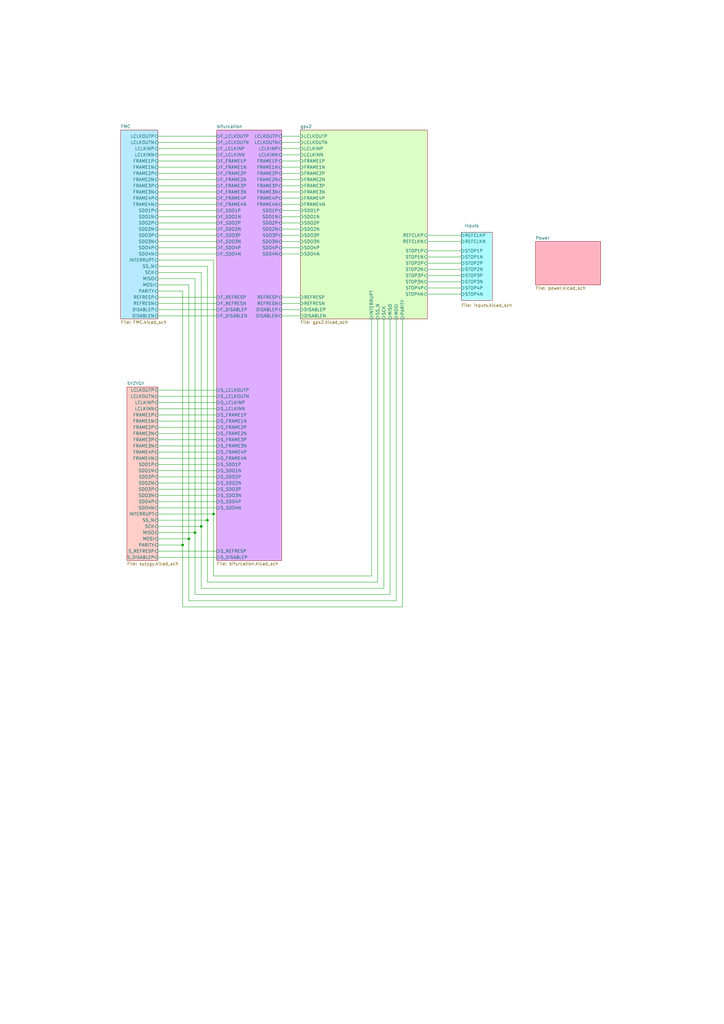
<source format=kicad_sch>
(kicad_sch
	(version 20231120)
	(generator "eeschema")
	(generator_version "8.0")
	(uuid "58794247-fa97-42c4-a3e2-816831bb0d27")
	(paper "A3" portrait)
	(lib_symbols)
	(junction
		(at 85.09 213.36)
		(diameter 0)
		(color 0 0 0 0)
		(uuid "6a39c89d-9e3c-4c6b-a95b-2731b8ebdc72")
	)
	(junction
		(at 77.47 220.98)
		(diameter 0)
		(color 0 0 0 0)
		(uuid "710efdda-4470-4091-a5be-baf13a079068")
	)
	(junction
		(at 87.63 210.82)
		(diameter 0)
		(color 0 0 0 0)
		(uuid "88b0042e-00d6-413c-b105-1a47fa99fa09")
	)
	(junction
		(at 82.55 215.9)
		(diameter 0)
		(color 0 0 0 0)
		(uuid "a934ef22-cb83-4c1d-829b-70e76be88a54")
	)
	(junction
		(at 80.01 218.44)
		(diameter 0)
		(color 0 0 0 0)
		(uuid "ac574b86-a84f-4082-96bb-3a0febcd4e62")
	)
	(junction
		(at 74.93 223.52)
		(diameter 0)
		(color 0 0 0 0)
		(uuid "f44f1878-2728-4725-8aaa-da1fd0abbc26")
	)
	(wire
		(pts
			(xy 175.26 110.49) (xy 189.23 110.49)
		)
		(stroke
			(width 0)
			(type default)
		)
		(uuid "01250f74-8b93-4ecc-a5c1-780c0b2e8aac")
	)
	(wire
		(pts
			(xy 64.77 73.66) (xy 88.9 73.66)
		)
		(stroke
			(width 0)
			(type default)
		)
		(uuid "01582917-6871-4cbd-a545-1b9d61d2f4e8")
	)
	(wire
		(pts
			(xy 64.77 119.38) (xy 74.93 119.38)
		)
		(stroke
			(width 0)
			(type default)
		)
		(uuid "02ca3f36-bd6c-4b1f-8433-8aff3ac68fc6")
	)
	(wire
		(pts
			(xy 157.48 130.81) (xy 157.48 241.3)
		)
		(stroke
			(width 0)
			(type default)
		)
		(uuid "045817f6-beff-4132-b025-36c2fe4af8dd")
	)
	(wire
		(pts
			(xy 64.77 83.82) (xy 88.9 83.82)
		)
		(stroke
			(width 0)
			(type default)
		)
		(uuid "0aa6caab-c872-4bad-9621-ec53b707afb2")
	)
	(wire
		(pts
			(xy 64.77 106.68) (xy 87.63 106.68)
		)
		(stroke
			(width 0)
			(type default)
		)
		(uuid "0b8b26ac-85ac-44b6-8d1c-258e07b2c04f")
	)
	(wire
		(pts
			(xy 64.77 66.04) (xy 88.9 66.04)
		)
		(stroke
			(width 0)
			(type default)
		)
		(uuid "1152df73-f6c2-4e1f-8370-13075b211857")
	)
	(wire
		(pts
			(xy 175.26 115.57) (xy 189.23 115.57)
		)
		(stroke
			(width 0)
			(type default)
		)
		(uuid "1228018d-19f9-4618-bf84-97856d0846df")
	)
	(wire
		(pts
			(xy 64.77 187.96) (xy 88.9 187.96)
		)
		(stroke
			(width 0)
			(type default)
		)
		(uuid "1688438b-022a-42b2-a788-0b6ad759c271")
	)
	(wire
		(pts
			(xy 115.57 104.14) (xy 123.19 104.14)
		)
		(stroke
			(width 0)
			(type default)
		)
		(uuid "1b9aae87-f418-4a22-925b-1ab4c4843ebc")
	)
	(wire
		(pts
			(xy 115.57 121.92) (xy 123.19 121.92)
		)
		(stroke
			(width 0)
			(type default)
		)
		(uuid "1f32b1e8-32d3-42b5-859d-73e0d04eac6d")
	)
	(wire
		(pts
			(xy 64.77 226.06) (xy 88.9 226.06)
		)
		(stroke
			(width 0)
			(type default)
		)
		(uuid "1f47ebd6-c994-49cf-823b-16298bb69899")
	)
	(wire
		(pts
			(xy 175.26 96.52) (xy 189.23 96.52)
		)
		(stroke
			(width 0)
			(type default)
		)
		(uuid "21ba81ec-629c-45d7-a1a3-0f328fa36bd2")
	)
	(wire
		(pts
			(xy 64.77 228.6) (xy 88.9 228.6)
		)
		(stroke
			(width 0)
			(type default)
		)
		(uuid "2605a6d8-b3b7-40e9-ac0b-c5f1ce61f918")
	)
	(wire
		(pts
			(xy 175.26 99.06) (xy 189.23 99.06)
		)
		(stroke
			(width 0)
			(type default)
		)
		(uuid "2726aea7-037a-46c3-a7e9-d4e57fe3a8eb")
	)
	(wire
		(pts
			(xy 85.09 213.36) (xy 85.09 238.76)
		)
		(stroke
			(width 0)
			(type default)
		)
		(uuid "28584701-80f2-45ab-a076-afa71e545ab2")
	)
	(wire
		(pts
			(xy 64.77 205.74) (xy 88.9 205.74)
		)
		(stroke
			(width 0)
			(type default)
		)
		(uuid "28c84528-4b59-43ca-8731-1f16eba0fa27")
	)
	(wire
		(pts
			(xy 175.26 107.95) (xy 189.23 107.95)
		)
		(stroke
			(width 0)
			(type default)
		)
		(uuid "28dbbbcb-efe4-4637-b8ed-3733d8308f89")
	)
	(wire
		(pts
			(xy 165.1 248.92) (xy 74.93 248.92)
		)
		(stroke
			(width 0)
			(type default)
		)
		(uuid "2a39f6a3-e777-4f13-ac86-d7addb343c6a")
	)
	(wire
		(pts
			(xy 64.77 129.54) (xy 88.9 129.54)
		)
		(stroke
			(width 0)
			(type default)
		)
		(uuid "2ca724b4-eabf-4c15-95d0-fb2f17fb72e5")
	)
	(wire
		(pts
			(xy 64.77 223.52) (xy 74.93 223.52)
		)
		(stroke
			(width 0)
			(type default)
		)
		(uuid "2e38cfe2-604b-4e89-81f9-ad90bfc48fe2")
	)
	(wire
		(pts
			(xy 115.57 60.96) (xy 123.19 60.96)
		)
		(stroke
			(width 0)
			(type default)
		)
		(uuid "2fa9c4d5-4b52-41f3-be27-0b3c2b8c7cc2")
	)
	(wire
		(pts
			(xy 64.77 165.1) (xy 88.9 165.1)
		)
		(stroke
			(width 0)
			(type default)
		)
		(uuid "32ab925f-78b5-4d5b-bd6b-ea5c7d966383")
	)
	(wire
		(pts
			(xy 115.57 68.58) (xy 123.19 68.58)
		)
		(stroke
			(width 0)
			(type default)
		)
		(uuid "35567780-a7b7-4686-ab10-0b74c8ca74f5")
	)
	(wire
		(pts
			(xy 115.57 129.54) (xy 123.19 129.54)
		)
		(stroke
			(width 0)
			(type default)
		)
		(uuid "35af0f86-9398-4ef5-9c55-a518b69d3795")
	)
	(wire
		(pts
			(xy 154.94 130.81) (xy 154.94 238.76)
		)
		(stroke
			(width 0)
			(type default)
		)
		(uuid "3621eedb-f8d0-4b81-a41e-68cfdaa687c3")
	)
	(wire
		(pts
			(xy 115.57 93.98) (xy 123.19 93.98)
		)
		(stroke
			(width 0)
			(type default)
		)
		(uuid "38890b0f-2d42-42e2-81c8-554ab273bdae")
	)
	(wire
		(pts
			(xy 85.09 109.22) (xy 85.09 213.36)
		)
		(stroke
			(width 0)
			(type default)
		)
		(uuid "397a9d4f-c78c-4ee6-8978-e6dc39174148")
	)
	(wire
		(pts
			(xy 152.4 236.22) (xy 87.63 236.22)
		)
		(stroke
			(width 0)
			(type default)
		)
		(uuid "397b575f-214f-4a30-b6ce-78c141e22f24")
	)
	(wire
		(pts
			(xy 64.77 76.2) (xy 88.9 76.2)
		)
		(stroke
			(width 0)
			(type default)
		)
		(uuid "3c6cb15d-13ad-4009-a38e-7bd6e26a3878")
	)
	(wire
		(pts
			(xy 82.55 241.3) (xy 82.55 215.9)
		)
		(stroke
			(width 0)
			(type default)
		)
		(uuid "3d06ac43-a6a0-4c9a-85dc-708333b7388a")
	)
	(wire
		(pts
			(xy 74.93 248.92) (xy 74.93 223.52)
		)
		(stroke
			(width 0)
			(type default)
		)
		(uuid "3db4ca09-b234-4d89-abef-0a0d8d964a64")
	)
	(wire
		(pts
			(xy 115.57 101.6) (xy 123.19 101.6)
		)
		(stroke
			(width 0)
			(type default)
		)
		(uuid "3ecd8180-b733-44f0-a3fc-3581edb2ff74")
	)
	(wire
		(pts
			(xy 64.77 81.28) (xy 88.9 81.28)
		)
		(stroke
			(width 0)
			(type default)
		)
		(uuid "42d2116c-9b7f-44f5-90a9-e8cac5c4719e")
	)
	(wire
		(pts
			(xy 115.57 99.06) (xy 123.19 99.06)
		)
		(stroke
			(width 0)
			(type default)
		)
		(uuid "451f2eec-4341-4cdf-b5e3-20e53f0ab63b")
	)
	(wire
		(pts
			(xy 64.77 180.34) (xy 88.9 180.34)
		)
		(stroke
			(width 0)
			(type default)
		)
		(uuid "4a9f7213-9943-46cc-a621-37c2b827c4a8")
	)
	(wire
		(pts
			(xy 64.77 63.5) (xy 88.9 63.5)
		)
		(stroke
			(width 0)
			(type default)
		)
		(uuid "4ba3ff29-0f96-4aa4-9af7-f59eb1a0bee6")
	)
	(wire
		(pts
			(xy 64.77 195.58) (xy 88.9 195.58)
		)
		(stroke
			(width 0)
			(type default)
		)
		(uuid "4f147de8-5731-4660-928e-479be123ab19")
	)
	(wire
		(pts
			(xy 115.57 58.42) (xy 123.19 58.42)
		)
		(stroke
			(width 0)
			(type default)
		)
		(uuid "505dab7f-eb5b-4bd7-a0ee-10898061b2ef")
	)
	(wire
		(pts
			(xy 64.77 213.36) (xy 85.09 213.36)
		)
		(stroke
			(width 0)
			(type default)
		)
		(uuid "50f9121d-af77-41dd-a50f-2c33f45282d8")
	)
	(wire
		(pts
			(xy 115.57 63.5) (xy 123.19 63.5)
		)
		(stroke
			(width 0)
			(type default)
		)
		(uuid "5100d108-82f4-4194-b36d-b65c13619731")
	)
	(wire
		(pts
			(xy 64.77 71.12) (xy 88.9 71.12)
		)
		(stroke
			(width 0)
			(type default)
		)
		(uuid "55587c15-1096-4768-975d-426efbd27509")
	)
	(wire
		(pts
			(xy 115.57 124.46) (xy 123.19 124.46)
		)
		(stroke
			(width 0)
			(type default)
		)
		(uuid "5610edc0-d389-43e0-9838-12e74e360c47")
	)
	(wire
		(pts
			(xy 82.55 111.76) (xy 82.55 215.9)
		)
		(stroke
			(width 0)
			(type default)
		)
		(uuid "5a8bdad8-4d8f-4afe-8b11-0bd74ab50d35")
	)
	(wire
		(pts
			(xy 115.57 73.66) (xy 123.19 73.66)
		)
		(stroke
			(width 0)
			(type default)
		)
		(uuid "5b6500a9-2d8b-41b8-a0c4-6d264d83a377")
	)
	(wire
		(pts
			(xy 77.47 246.38) (xy 77.47 220.98)
		)
		(stroke
			(width 0)
			(type default)
		)
		(uuid "5c8e6206-5eb4-4359-aa5c-cbbb58359b20")
	)
	(wire
		(pts
			(xy 64.77 91.44) (xy 88.9 91.44)
		)
		(stroke
			(width 0)
			(type default)
		)
		(uuid "5e5697a7-0288-4113-8745-c6c2727273b4")
	)
	(wire
		(pts
			(xy 115.57 78.74) (xy 123.19 78.74)
		)
		(stroke
			(width 0)
			(type default)
		)
		(uuid "624b342d-784b-4f62-b858-9e81ab28f8c3")
	)
	(wire
		(pts
			(xy 115.57 66.04) (xy 123.19 66.04)
		)
		(stroke
			(width 0)
			(type default)
		)
		(uuid "6309d2f3-52e4-4d66-b71d-efd10e844ede")
	)
	(wire
		(pts
			(xy 80.01 218.44) (xy 80.01 243.84)
		)
		(stroke
			(width 0)
			(type default)
		)
		(uuid "637d9cc6-84b4-4626-984f-f3df84158bd3")
	)
	(wire
		(pts
			(xy 64.77 160.02) (xy 88.9 160.02)
		)
		(stroke
			(width 0)
			(type default)
		)
		(uuid "6bf2d32d-8f95-481e-8dff-0f0c6b8b25f2")
	)
	(wire
		(pts
			(xy 80.01 243.84) (xy 160.02 243.84)
		)
		(stroke
			(width 0)
			(type default)
		)
		(uuid "6f242292-523e-42fc-9c36-4f6c65753907")
	)
	(wire
		(pts
			(xy 64.77 121.92) (xy 88.9 121.92)
		)
		(stroke
			(width 0)
			(type default)
		)
		(uuid "71d12225-7d57-49a6-89a5-7e399e5a1604")
	)
	(wire
		(pts
			(xy 85.09 238.76) (xy 154.94 238.76)
		)
		(stroke
			(width 0)
			(type default)
		)
		(uuid "72269421-07dc-45a4-b767-052f3e147c89")
	)
	(wire
		(pts
			(xy 157.48 241.3) (xy 82.55 241.3)
		)
		(stroke
			(width 0)
			(type default)
		)
		(uuid "73c9f6d6-bbaf-45fe-80f5-fdede2419cc6")
	)
	(wire
		(pts
			(xy 64.77 218.44) (xy 80.01 218.44)
		)
		(stroke
			(width 0)
			(type default)
		)
		(uuid "74c25678-3960-473c-b303-9aed4a8f2bef")
	)
	(wire
		(pts
			(xy 64.77 210.82) (xy 87.63 210.82)
		)
		(stroke
			(width 0)
			(type default)
		)
		(uuid "7cffae6b-0150-4286-9623-66e95ce7d3f7")
	)
	(wire
		(pts
			(xy 74.93 119.38) (xy 74.93 223.52)
		)
		(stroke
			(width 0)
			(type default)
		)
		(uuid "7d4269ac-7da6-4422-ae5b-ae8e23917a40")
	)
	(wire
		(pts
			(xy 64.77 220.98) (xy 77.47 220.98)
		)
		(stroke
			(width 0)
			(type default)
		)
		(uuid "7eeeea4a-e8ee-4bf6-9fdd-7b67485d2148")
	)
	(wire
		(pts
			(xy 64.77 208.28) (xy 88.9 208.28)
		)
		(stroke
			(width 0)
			(type default)
		)
		(uuid "80a7d60a-1b18-47ce-9361-7ae102ba402a")
	)
	(wire
		(pts
			(xy 64.77 116.84) (xy 77.47 116.84)
		)
		(stroke
			(width 0)
			(type default)
		)
		(uuid "8246c0ec-8dd5-4e48-9241-b4aa0610bf76")
	)
	(wire
		(pts
			(xy 64.77 170.18) (xy 88.9 170.18)
		)
		(stroke
			(width 0)
			(type default)
		)
		(uuid "82a716c5-9570-450c-a8a6-85bd167a1390")
	)
	(wire
		(pts
			(xy 64.77 96.52) (xy 88.9 96.52)
		)
		(stroke
			(width 0)
			(type default)
		)
		(uuid "8373ee8d-ecb3-440c-b24b-63b556a90633")
	)
	(wire
		(pts
			(xy 64.77 200.66) (xy 88.9 200.66)
		)
		(stroke
			(width 0)
			(type default)
		)
		(uuid "848c792a-b15c-4ad5-87c9-a54ae61c6cfe")
	)
	(wire
		(pts
			(xy 175.26 118.11) (xy 189.23 118.11)
		)
		(stroke
			(width 0)
			(type default)
		)
		(uuid "85140c51-d69f-4700-aad6-0bcd43c85086")
	)
	(wire
		(pts
			(xy 87.63 106.68) (xy 87.63 210.82)
		)
		(stroke
			(width 0)
			(type default)
		)
		(uuid "859c5a55-f8e5-4b9b-b582-2287a1caf9a9")
	)
	(wire
		(pts
			(xy 115.57 83.82) (xy 123.19 83.82)
		)
		(stroke
			(width 0)
			(type default)
		)
		(uuid "88aed28f-1342-40a0-82b8-ee88a6fccf8c")
	)
	(wire
		(pts
			(xy 152.4 130.81) (xy 152.4 236.22)
		)
		(stroke
			(width 0)
			(type default)
		)
		(uuid "89a2826e-8bca-4f64-b903-8b50f9613894")
	)
	(wire
		(pts
			(xy 160.02 130.81) (xy 160.02 243.84)
		)
		(stroke
			(width 0)
			(type default)
		)
		(uuid "8a439adf-5b30-4bbf-a584-85a1fed20992")
	)
	(wire
		(pts
			(xy 165.1 130.81) (xy 165.1 248.92)
		)
		(stroke
			(width 0)
			(type default)
		)
		(uuid "8cc50a3c-2c11-4c62-ada2-b447c09ba6ed")
	)
	(wire
		(pts
			(xy 115.57 71.12) (xy 123.19 71.12)
		)
		(stroke
			(width 0)
			(type default)
		)
		(uuid "8f5b7c33-6777-49fb-b2bc-e1242e0cd5d3")
	)
	(wire
		(pts
			(xy 162.56 246.38) (xy 77.47 246.38)
		)
		(stroke
			(width 0)
			(type default)
		)
		(uuid "94cb7a6f-55e9-46f1-a2bd-927cc7dc93ed")
	)
	(wire
		(pts
			(xy 64.77 114.3) (xy 80.01 114.3)
		)
		(stroke
			(width 0)
			(type default)
		)
		(uuid "94ee8d5f-5c89-4e66-9891-009445dc6d18")
	)
	(wire
		(pts
			(xy 64.77 78.74) (xy 88.9 78.74)
		)
		(stroke
			(width 0)
			(type default)
		)
		(uuid "98ba394c-7af1-4850-969a-bee9ce7c76fc")
	)
	(wire
		(pts
			(xy 64.77 172.72) (xy 88.9 172.72)
		)
		(stroke
			(width 0)
			(type default)
		)
		(uuid "9d7fef1f-a301-48f1-9061-0c5b2ea5f7a0")
	)
	(wire
		(pts
			(xy 64.77 185.42) (xy 88.9 185.42)
		)
		(stroke
			(width 0)
			(type default)
		)
		(uuid "a16bd4c0-4dbc-415c-88e3-92e41a436fd3")
	)
	(wire
		(pts
			(xy 175.26 105.41) (xy 189.23 105.41)
		)
		(stroke
			(width 0)
			(type default)
		)
		(uuid "a45933da-19e3-4937-8f28-9f66707f5620")
	)
	(wire
		(pts
			(xy 64.77 162.56) (xy 88.9 162.56)
		)
		(stroke
			(width 0)
			(type default)
		)
		(uuid "a488198e-c1e7-45ff-ab4e-f523743221ed")
	)
	(wire
		(pts
			(xy 64.77 193.04) (xy 88.9 193.04)
		)
		(stroke
			(width 0)
			(type default)
		)
		(uuid "a4a9db9b-53d3-47db-9bdd-d41200737b5c")
	)
	(wire
		(pts
			(xy 115.57 76.2) (xy 123.19 76.2)
		)
		(stroke
			(width 0)
			(type default)
		)
		(uuid "a8d03127-5dd7-4460-8b78-1d98201eea60")
	)
	(wire
		(pts
			(xy 64.77 93.98) (xy 88.9 93.98)
		)
		(stroke
			(width 0)
			(type default)
		)
		(uuid "aa1d2d4d-cc09-4e71-9b10-51e92a995f2c")
	)
	(wire
		(pts
			(xy 175.26 120.65) (xy 189.23 120.65)
		)
		(stroke
			(width 0)
			(type default)
		)
		(uuid "ac32ab6d-b064-4acd-a764-1a27194cfba9")
	)
	(wire
		(pts
			(xy 115.57 127) (xy 123.19 127)
		)
		(stroke
			(width 0)
			(type default)
		)
		(uuid "ac86a680-06bc-4895-800d-55b4cd18f8cf")
	)
	(wire
		(pts
			(xy 64.77 127) (xy 88.9 127)
		)
		(stroke
			(width 0)
			(type default)
		)
		(uuid "adeaad6a-fbd9-4aa5-bb67-13e3a5cb4416")
	)
	(wire
		(pts
			(xy 162.56 130.81) (xy 162.56 246.38)
		)
		(stroke
			(width 0)
			(type default)
		)
		(uuid "b36036f9-beb1-45a2-aec1-bd2e2932c4c5")
	)
	(wire
		(pts
			(xy 64.77 99.06) (xy 88.9 99.06)
		)
		(stroke
			(width 0)
			(type default)
		)
		(uuid "b7237265-9671-476e-b3cd-e9b87abe123b")
	)
	(wire
		(pts
			(xy 64.77 198.12) (xy 88.9 198.12)
		)
		(stroke
			(width 0)
			(type default)
		)
		(uuid "b800aa09-3d1f-4dd2-9656-abfc37395f7a")
	)
	(wire
		(pts
			(xy 64.77 167.64) (xy 88.9 167.64)
		)
		(stroke
			(width 0)
			(type default)
		)
		(uuid "b80acb81-d593-45e6-a0e7-13bada2269d5")
	)
	(wire
		(pts
			(xy 64.77 215.9) (xy 82.55 215.9)
		)
		(stroke
			(width 0)
			(type default)
		)
		(uuid "b95e9553-6bf7-48a1-9d92-ba77a40c5acc")
	)
	(wire
		(pts
			(xy 64.77 58.42) (xy 88.9 58.42)
		)
		(stroke
			(width 0)
			(type default)
		)
		(uuid "b95fc5cc-685e-4ae5-a80b-dc380e49aa37")
	)
	(wire
		(pts
			(xy 115.57 91.44) (xy 123.19 91.44)
		)
		(stroke
			(width 0)
			(type default)
		)
		(uuid "bd1accb6-c90a-47b8-83dd-1e0c1b819bf7")
	)
	(wire
		(pts
			(xy 64.77 175.26) (xy 88.9 175.26)
		)
		(stroke
			(width 0)
			(type default)
		)
		(uuid "bee23569-15d1-4148-a550-40687ba2b73b")
	)
	(wire
		(pts
			(xy 175.26 102.87) (xy 189.23 102.87)
		)
		(stroke
			(width 0)
			(type default)
		)
		(uuid "c02b95e6-1e45-41cb-a7c6-e02176aa7126")
	)
	(wire
		(pts
			(xy 64.77 101.6) (xy 88.9 101.6)
		)
		(stroke
			(width 0)
			(type default)
		)
		(uuid "c0c2d105-10b8-40d6-b603-261fb407c1f1")
	)
	(wire
		(pts
			(xy 115.57 81.28) (xy 123.19 81.28)
		)
		(stroke
			(width 0)
			(type default)
		)
		(uuid "c3e86f83-d518-4db1-a9f2-aecf579b8eb8")
	)
	(wire
		(pts
			(xy 64.77 88.9) (xy 88.9 88.9)
		)
		(stroke
			(width 0)
			(type default)
		)
		(uuid "c62c7dc0-dc24-4e38-8893-554cabf550cb")
	)
	(wire
		(pts
			(xy 115.57 88.9) (xy 123.19 88.9)
		)
		(stroke
			(width 0)
			(type default)
		)
		(uuid "c7b52d58-660b-4fc8-b2d1-6d319cd60ede")
	)
	(wire
		(pts
			(xy 64.77 109.22) (xy 85.09 109.22)
		)
		(stroke
			(width 0)
			(type default)
		)
		(uuid "cd3a944a-ac79-4314-ac99-96d15cd81a80")
	)
	(wire
		(pts
			(xy 64.77 60.96) (xy 88.9 60.96)
		)
		(stroke
			(width 0)
			(type default)
		)
		(uuid "cf464c29-dc80-4ed3-82e1-7905e7fe1083")
	)
	(wire
		(pts
			(xy 64.77 55.88) (xy 88.9 55.88)
		)
		(stroke
			(width 0)
			(type default)
		)
		(uuid "cf6c546d-dc2e-4d09-8db4-b0e89621e50b")
	)
	(wire
		(pts
			(xy 115.57 96.52) (xy 123.19 96.52)
		)
		(stroke
			(width 0)
			(type default)
		)
		(uuid "d0188bd5-7254-4d01-8a1f-6d73d03fa401")
	)
	(wire
		(pts
			(xy 80.01 114.3) (xy 80.01 218.44)
		)
		(stroke
			(width 0)
			(type default)
		)
		(uuid "d4cefaca-497a-44bb-8133-b123c6fa0cd0")
	)
	(wire
		(pts
			(xy 64.77 182.88) (xy 88.9 182.88)
		)
		(stroke
			(width 0)
			(type default)
		)
		(uuid "dd3962dd-6ca4-4253-b83f-b435bed0599b")
	)
	(wire
		(pts
			(xy 64.77 124.46) (xy 88.9 124.46)
		)
		(stroke
			(width 0)
			(type default)
		)
		(uuid "dd5d6956-0084-4a61-b964-f54a0fc2e46c")
	)
	(wire
		(pts
			(xy 64.77 104.14) (xy 88.9 104.14)
		)
		(stroke
			(width 0)
			(type default)
		)
		(uuid "df96ec3a-5bce-4cc2-a664-8893ef7b691f")
	)
	(wire
		(pts
			(xy 115.57 55.88) (xy 123.19 55.88)
		)
		(stroke
			(width 0)
			(type default)
		)
		(uuid "e33a0fe9-ec5a-45c6-99ef-9e650a2d18ef")
	)
	(wire
		(pts
			(xy 115.57 86.36) (xy 123.19 86.36)
		)
		(stroke
			(width 0)
			(type default)
		)
		(uuid "e8f1253b-5dd0-454e-97bd-379460b712c4")
	)
	(wire
		(pts
			(xy 175.26 113.03) (xy 189.23 113.03)
		)
		(stroke
			(width 0)
			(type default)
		)
		(uuid "e91a00c3-3eaf-4de0-845f-e597b56b6742")
	)
	(wire
		(pts
			(xy 64.77 177.8) (xy 88.9 177.8)
		)
		(stroke
			(width 0)
			(type default)
		)
		(uuid "eb4fc458-4774-4f86-a10b-c55979af6084")
	)
	(wire
		(pts
			(xy 64.77 190.5) (xy 88.9 190.5)
		)
		(stroke
			(width 0)
			(type default)
		)
		(uuid "ebfc4c1d-323f-472d-aee3-c59cb00bbba5")
	)
	(wire
		(pts
			(xy 77.47 116.84) (xy 77.47 220.98)
		)
		(stroke
			(width 0)
			(type default)
		)
		(uuid "eee609de-9ce7-4c09-a987-14e857bfe3e2")
	)
	(wire
		(pts
			(xy 64.77 203.2) (xy 88.9 203.2)
		)
		(stroke
			(width 0)
			(type default)
		)
		(uuid "f02f7545-e8cc-4218-9be7-7c1aa6df21c1")
	)
	(wire
		(pts
			(xy 64.77 111.76) (xy 82.55 111.76)
		)
		(stroke
			(width 0)
			(type default)
		)
		(uuid "f1c3c85d-dd9c-4928-a30e-b4525d3db7b1")
	)
	(wire
		(pts
			(xy 64.77 86.36) (xy 88.9 86.36)
		)
		(stroke
			(width 0)
			(type default)
		)
		(uuid "f210ee5b-c102-41d0-99cb-b8aa590ebe53")
	)
	(wire
		(pts
			(xy 64.77 68.58) (xy 88.9 68.58)
		)
		(stroke
			(width 0)
			(type default)
		)
		(uuid "ff09b221-bc57-4f38-a2e0-52dbd045cd17")
	)
	(wire
		(pts
			(xy 87.63 210.82) (xy 87.63 236.22)
		)
		(stroke
			(width 0)
			(type default)
		)
		(uuid "ff5cbd0c-e9a9-4b2d-9b31-faac216b4e65")
	)
	(sheet
		(at 49.53 53.34)
		(size 15.24 77.47)
		(fields_autoplaced yes)
		(stroke
			(width 0.1524)
			(type solid)
		)
		(fill
			(color 184 234 255 1.0000)
		)
		(uuid "0e02bbda-719c-4066-9978-193c7b348a3c")
		(property "Sheetname" "FMC"
			(at 49.53 52.6284 0)
			(effects
				(font
					(size 1.27 1.27)
				)
				(justify left bottom)
			)
		)
		(property "Sheetfile" "FMC.kicad_sch"
			(at 49.53 131.3946 0)
			(effects
				(font
					(size 1.27 1.27)
				)
				(justify left top)
			)
		)
		(pin "SDO3N" input
			(at 64.77 99.06 0)
			(effects
				(font
					(size 1.27 1.27)
				)
				(justify right)
			)
			(uuid "d0b02a30-02f4-4eab-bcb0-211ef98ee266")
		)
		(pin "SDO3P" input
			(at 64.77 96.52 0)
			(effects
				(font
					(size 1.27 1.27)
				)
				(justify right)
			)
			(uuid "368540ef-6765-4ede-98db-db99c683abf9")
		)
		(pin "LCLKOUTP" input
			(at 64.77 55.88 0)
			(effects
				(font
					(size 1.27 1.27)
				)
				(justify right)
			)
			(uuid "3c6e3750-830a-4344-9851-c61795956f5d")
		)
		(pin "REFRESP" input
			(at 64.77 121.92 0)
			(effects
				(font
					(size 1.27 1.27)
				)
				(justify right)
			)
			(uuid "f384f23c-d8fc-45f9-8cc3-c102173a7758")
		)
		(pin "LCLKOUTN" input
			(at 64.77 58.42 0)
			(effects
				(font
					(size 1.27 1.27)
				)
				(justify right)
			)
			(uuid "31663955-dbd8-4ea4-a29a-76b0dbda1480")
		)
		(pin "FRAME4N" input
			(at 64.77 83.82 0)
			(effects
				(font
					(size 1.27 1.27)
				)
				(justify right)
			)
			(uuid "56b6d320-f079-43c0-86d7-0f9bb25ee055")
		)
		(pin "FRAME4P" input
			(at 64.77 81.28 0)
			(effects
				(font
					(size 1.27 1.27)
				)
				(justify right)
			)
			(uuid "dbb80a81-3d93-4d40-93d3-af5413e653cd")
		)
		(pin "SDO2N" input
			(at 64.77 93.98 0)
			(effects
				(font
					(size 1.27 1.27)
				)
				(justify right)
			)
			(uuid "fb8c6a0c-82ec-4d2a-a648-926e084a6778")
		)
		(pin "SDO2P" input
			(at 64.77 91.44 0)
			(effects
				(font
					(size 1.27 1.27)
				)
				(justify right)
			)
			(uuid "b5073d27-de5e-494e-8f0f-1b42bde8e221")
		)
		(pin "FRAME1N" input
			(at 64.77 68.58 0)
			(effects
				(font
					(size 1.27 1.27)
				)
				(justify right)
			)
			(uuid "0859e49b-a6a0-4c5c-8c93-af919fd94af0")
		)
		(pin "FRAME1P" input
			(at 64.77 66.04 0)
			(effects
				(font
					(size 1.27 1.27)
				)
				(justify right)
			)
			(uuid "df15ea48-8856-4f42-826c-524db4d5d1e0")
		)
		(pin "LCLKINP" input
			(at 64.77 60.96 0)
			(effects
				(font
					(size 1.27 1.27)
				)
				(justify right)
			)
			(uuid "2b0b7a63-6ae3-4914-aa81-99fe7727249c")
		)
		(pin "LCLKINN" input
			(at 64.77 63.5 0)
			(effects
				(font
					(size 1.27 1.27)
				)
				(justify right)
			)
			(uuid "ba2fee95-b480-448f-a660-77bed035032b")
		)
		(pin "SDO4N" input
			(at 64.77 104.14 0)
			(effects
				(font
					(size 1.27 1.27)
				)
				(justify right)
			)
			(uuid "d28b10b7-b43f-4b40-980a-4c1e3c523fa8")
		)
		(pin "SDO4P" input
			(at 64.77 101.6 0)
			(effects
				(font
					(size 1.27 1.27)
				)
				(justify right)
			)
			(uuid "c463659b-651e-4f24-89e7-50d9de31bed1")
		)
		(pin "FRAME2P" input
			(at 64.77 71.12 0)
			(effects
				(font
					(size 1.27 1.27)
				)
				(justify right)
			)
			(uuid "c3690938-3d72-49b3-b6f6-66ff47f6f71e")
		)
		(pin "FRAME2N" input
			(at 64.77 73.66 0)
			(effects
				(font
					(size 1.27 1.27)
				)
				(justify right)
			)
			(uuid "8d8760b1-788e-41bc-9d2e-1920a735847d")
		)
		(pin "SDO1P" input
			(at 64.77 86.36 0)
			(effects
				(font
					(size 1.27 1.27)
				)
				(justify right)
			)
			(uuid "301b6bfc-12f4-4a21-894a-65753e5a97ff")
		)
		(pin "SDO1N" input
			(at 64.77 88.9 0)
			(effects
				(font
					(size 1.27 1.27)
				)
				(justify right)
			)
			(uuid "f189a57a-e4a4-475a-8983-227a39484adb")
		)
		(pin "PARITY" input
			(at 64.77 119.38 0)
			(effects
				(font
					(size 1.27 1.27)
				)
				(justify right)
			)
			(uuid "3afb62c0-17e7-4237-a929-f58fc039ec43")
		)
		(pin "SCK" input
			(at 64.77 111.76 0)
			(effects
				(font
					(size 1.27 1.27)
				)
				(justify right)
			)
			(uuid "7bf69a8c-9832-4695-866d-3927cd220366")
		)
		(pin "SS_N" input
			(at 64.77 109.22 0)
			(effects
				(font
					(size 1.27 1.27)
				)
				(justify right)
			)
			(uuid "8dcbaacb-6158-46ed-b7cf-5ca85d008dfa")
		)
		(pin "MOSI" input
			(at 64.77 116.84 0)
			(effects
				(font
					(size 1.27 1.27)
				)
				(justify right)
			)
			(uuid "feb5a246-0620-4394-9b9a-65375502c499")
		)
		(pin "MISO" input
			(at 64.77 114.3 0)
			(effects
				(font
					(size 1.27 1.27)
				)
				(justify right)
			)
			(uuid "23f727ee-2fc0-4d48-8555-10bc1cf84b64")
		)
		(pin "REFRESN" input
			(at 64.77 124.46 0)
			(effects
				(font
					(size 1.27 1.27)
				)
				(justify right)
			)
			(uuid "1289ba32-fced-4fef-b31a-a20406e816d2")
		)
		(pin "DISABLEP" input
			(at 64.77 127 0)
			(effects
				(font
					(size 1.27 1.27)
				)
				(justify right)
			)
			(uuid "b1743c45-b216-4960-bb63-64581b04c717")
		)
		(pin "DISABLEN" input
			(at 64.77 129.54 0)
			(effects
				(font
					(size 1.27 1.27)
				)
				(justify right)
			)
			(uuid "490254da-3d85-47f2-acb0-6c61a09cdc12")
		)
		(pin "FRAME3N" input
			(at 64.77 78.74 0)
			(effects
				(font
					(size 1.27 1.27)
				)
				(justify right)
			)
			(uuid "6333dd9d-6cfd-4374-a731-3a2b6a8634f0")
		)
		(pin "FRAME3P" input
			(at 64.77 76.2 0)
			(effects
				(font
					(size 1.27 1.27)
				)
				(justify right)
			)
			(uuid "50d9f738-87da-4e5f-b218-d92dcdc90841")
		)
		(pin "INTERRUPT" input
			(at 64.77 106.68 0)
			(effects
				(font
					(size 1.27 1.27)
				)
				(justify right)
			)
			(uuid "eddbf73f-b7ea-433f-9142-704bcd0f5b00")
		)
		(instances
			(project "mezzanine"
				(path "/58794247-fa97-42c4-a3e2-816831bb0d27"
					(page "3")
				)
			)
		)
	)
	(sheet
		(at 123.19 53.34)
		(size 52.07 77.47)
		(fields_autoplaced yes)
		(stroke
			(width 0.1524)
			(type solid)
		)
		(fill
			(color 220 255 197 1.0000)
		)
		(uuid "6f7b7525-eff1-434a-9274-b073755f2d37")
		(property "Sheetname" "gpx2"
			(at 123.19 52.6284 0)
			(effects
				(font
					(size 1.27 1.27)
				)
				(justify left bottom)
			)
		)
		(property "Sheetfile" "gpx2.kicad_sch"
			(at 123.19 131.3946 0)
			(effects
				(font
					(size 1.27 1.27)
				)
				(justify left top)
			)
		)
		(pin "FRAME1P" input
			(at 123.19 66.04 180)
			(effects
				(font
					(size 1.27 1.27)
				)
				(justify left)
			)
			(uuid "371ebe11-8b76-4be6-bf05-d33caf3d240e")
		)
		(pin "FRAME1N" input
			(at 123.19 68.58 180)
			(effects
				(font
					(size 1.27 1.27)
				)
				(justify left)
			)
			(uuid "ac52f322-71a7-4816-ac1e-2f7e44530fb4")
		)
		(pin "FRAME2N" input
			(at 123.19 73.66 180)
			(effects
				(font
					(size 1.27 1.27)
				)
				(justify left)
			)
			(uuid "cab664f2-fe13-433c-8dd9-e48e6244e58c")
		)
		(pin "FRAME2P" input
			(at 123.19 71.12 180)
			(effects
				(font
					(size 1.27 1.27)
				)
				(justify left)
			)
			(uuid "7061a46b-e165-43e5-a721-638d600a1747")
		)
		(pin "LCLKOUTP" input
			(at 123.19 55.88 180)
			(effects
				(font
					(size 1.27 1.27)
				)
				(justify left)
			)
			(uuid "1048b1bc-39a5-4dac-815f-68720d71bd12")
		)
		(pin "LCLKINP" input
			(at 123.19 60.96 180)
			(effects
				(font
					(size 1.27 1.27)
				)
				(justify left)
			)
			(uuid "675db151-a258-445e-9099-aeddd77d5633")
		)
		(pin "LCLKINN" input
			(at 123.19 63.5 180)
			(effects
				(font
					(size 1.27 1.27)
				)
				(justify left)
			)
			(uuid "941fe6ac-55a8-452a-866c-402b1ea93907")
		)
		(pin "LCLKOUTN" input
			(at 123.19 58.42 180)
			(effects
				(font
					(size 1.27 1.27)
				)
				(justify left)
			)
			(uuid "7d1b3be5-5f47-4d6c-ab37-8cfbc25f59d0")
		)
		(pin "SDO1P" input
			(at 123.19 86.36 180)
			(effects
				(font
					(size 1.27 1.27)
				)
				(justify left)
			)
			(uuid "85ecea95-4d96-49ac-b272-a741f9c3acd5")
		)
		(pin "SDO1N" input
			(at 123.19 88.9 180)
			(effects
				(font
					(size 1.27 1.27)
				)
				(justify left)
			)
			(uuid "d8ab6a3f-e3e8-4115-9ced-bb4f6c80d2c1")
		)
		(pin "SDO2P" input
			(at 123.19 91.44 180)
			(effects
				(font
					(size 1.27 1.27)
				)
				(justify left)
			)
			(uuid "37a9e265-bdf8-4df7-9418-2fbc7c4171eb")
		)
		(pin "SDO3N" input
			(at 123.19 99.06 180)
			(effects
				(font
					(size 1.27 1.27)
				)
				(justify left)
			)
			(uuid "bf5868c5-9cab-43ed-8b88-dce4a0a91517")
		)
		(pin "SDO4P" input
			(at 123.19 101.6 180)
			(effects
				(font
					(size 1.27 1.27)
				)
				(justify left)
			)
			(uuid "560a54b1-ee74-444a-bd9b-4fd84f462e1c")
		)
		(pin "SDO4N" input
			(at 123.19 104.14 180)
			(effects
				(font
					(size 1.27 1.27)
				)
				(justify left)
			)
			(uuid "c78f821f-3043-4b18-a8d6-4eff8b5dbbb3")
		)
		(pin "SDO2N" input
			(at 123.19 93.98 180)
			(effects
				(font
					(size 1.27 1.27)
				)
				(justify left)
			)
			(uuid "6e4486f8-bb62-4cac-85f7-673cac432f45")
		)
		(pin "SDO3P" input
			(at 123.19 96.52 180)
			(effects
				(font
					(size 1.27 1.27)
				)
				(justify left)
			)
			(uuid "a386587f-0249-4eed-a7d9-6ad0a1aa7d39")
		)
		(pin "MISO" input
			(at 160.02 130.81 270)
			(effects
				(font
					(size 1.27 1.27)
				)
				(justify left)
			)
			(uuid "1c5ab38f-9d57-4a5a-a0e4-e97be8ec96a0")
		)
		(pin "MOSI" input
			(at 162.56 130.81 270)
			(effects
				(font
					(size 1.27 1.27)
				)
				(justify left)
			)
			(uuid "d0b4fdff-4004-47cd-89d5-23bc4e8b493d")
		)
		(pin "SCK" input
			(at 157.48 130.81 270)
			(effects
				(font
					(size 1.27 1.27)
				)
				(justify left)
			)
			(uuid "a91cca7d-472e-43e9-86a9-b91f3b4d7cb3")
		)
		(pin "SS_N" input
			(at 154.94 130.81 270)
			(effects
				(font
					(size 1.27 1.27)
				)
				(justify left)
			)
			(uuid "c7b41b72-c1fd-4e17-a5db-234d919f559d")
		)
		(pin "INTERRUPT" input
			(at 152.4 130.81 270)
			(effects
				(font
					(size 1.27 1.27)
				)
				(justify left)
			)
			(uuid "70feb85c-8863-4c98-a01f-9f794c5d8622")
		)
		(pin "PARITY" input
			(at 165.1 130.81 270)
			(effects
				(font
					(size 1.27 1.27)
				)
				(justify left)
			)
			(uuid "ccb66b6a-270f-4705-b8f2-8f43ddff1e91")
		)
		(pin "STOP4P" input
			(at 175.26 118.11 0)
			(effects
				(font
					(size 1.27 1.27)
				)
				(justify right)
			)
			(uuid "f9a6a195-64ed-483d-80e2-3264cad48e61")
		)
		(pin "STOP4N" input
			(at 175.26 120.65 0)
			(effects
				(font
					(size 1.27 1.27)
				)
				(justify right)
			)
			(uuid "89e99700-2dd9-423f-8d07-1034e0e61aed")
		)
		(pin "FRAME3P" input
			(at 123.19 76.2 180)
			(effects
				(font
					(size 1.27 1.27)
				)
				(justify left)
			)
			(uuid "be11e090-bbf7-4092-99fc-bc61b0072fa7")
		)
		(pin "FRAME4N" input
			(at 123.19 83.82 180)
			(effects
				(font
					(size 1.27 1.27)
				)
				(justify left)
			)
			(uuid "b9c5c226-6928-43b2-a213-699c74f297c2")
		)
		(pin "FRAME3N" input
			(at 123.19 78.74 180)
			(effects
				(font
					(size 1.27 1.27)
				)
				(justify left)
			)
			(uuid "94613921-d8b2-4fd5-83f0-c63614acb45d")
		)
		(pin "FRAME4P" input
			(at 123.19 81.28 180)
			(effects
				(font
					(size 1.27 1.27)
				)
				(justify left)
			)
			(uuid "0e14eb0b-527e-4eba-95c2-b55499440e26")
		)
		(pin "REFRESP" input
			(at 123.19 121.92 180)
			(effects
				(font
					(size 1.27 1.27)
				)
				(justify left)
			)
			(uuid "d1de2f74-3ac9-4410-8629-f609a014f1cb")
		)
		(pin "REFRESN" input
			(at 123.19 124.46 180)
			(effects
				(font
					(size 1.27 1.27)
				)
				(justify left)
			)
			(uuid "c327827c-a606-485e-9d1f-85e002711e6c")
		)
		(pin "REFCLKN" input
			(at 175.26 99.06 0)
			(effects
				(font
					(size 1.27 1.27)
				)
				(justify right)
			)
			(uuid "332c0b81-ddce-4a00-a6ad-0455a3271d6b")
		)
		(pin "REFCLKP" input
			(at 175.26 96.52 0)
			(effects
				(font
					(size 1.27 1.27)
				)
				(justify right)
			)
			(uuid "10470dc6-cc39-4265-8935-acc8bae79ca8")
		)
		(pin "DISABLEP" input
			(at 123.19 127 180)
			(effects
				(font
					(size 1.27 1.27)
				)
				(justify left)
			)
			(uuid "cfc192e5-73c0-4425-8d64-3678a099e990")
		)
		(pin "DISABLEN" input
			(at 123.19 129.54 180)
			(effects
				(font
					(size 1.27 1.27)
				)
				(justify left)
			)
			(uuid "816e67a4-6509-4c37-8c90-51007b45d7b5")
		)
		(pin "STOP2N" input
			(at 175.26 110.49 0)
			(effects
				(font
					(size 1.27 1.27)
				)
				(justify right)
			)
			(uuid "47b24506-09ef-49fc-b0f2-438ef98bd7b9")
		)
		(pin "STOP3P" input
			(at 175.26 113.03 0)
			(effects
				(font
					(size 1.27 1.27)
				)
				(justify right)
			)
			(uuid "d2ab8cbd-4701-44b0-b030-61622966ccd8")
		)
		(pin "STOP3N" input
			(at 175.26 115.57 0)
			(effects
				(font
					(size 1.27 1.27)
				)
				(justify right)
			)
			(uuid "48482d56-20bd-4984-a3b1-dd2e48e868f8")
		)
		(pin "STOP1N" input
			(at 175.26 105.41 0)
			(effects
				(font
					(size 1.27 1.27)
				)
				(justify right)
			)
			(uuid "c4e33bde-779f-4311-b984-c685e75da4ed")
		)
		(pin "STOP2P" input
			(at 175.26 107.95 0)
			(effects
				(font
					(size 1.27 1.27)
				)
				(justify right)
			)
			(uuid "8bbc4aae-606f-4c57-b5a0-79b246cf0a4f")
		)
		(pin "STOP1P" input
			(at 175.26 102.87 0)
			(effects
				(font
					(size 1.27 1.27)
				)
				(justify right)
			)
			(uuid "edc668ac-034d-439f-98f7-2d46068916ba")
		)
		(instances
			(project "mezzanine"
				(path "/58794247-fa97-42c4-a3e2-816831bb0d27"
					(page "2")
				)
			)
		)
	)
	(sheet
		(at 52.07 158.75)
		(size 12.7 71.12)
		(fields_autoplaced yes)
		(stroke
			(width 0.1524)
			(type solid)
		)
		(fill
			(color 255 206 199 1.0000)
		)
		(uuid "7fea9558-149f-42ef-aa6e-85a6489f3731")
		(property "Sheetname" "SYZYGY"
			(at 52.07 158.0384 0)
			(effects
				(font
					(size 1.27 1.27)
				)
				(justify left bottom)
			)
		)
		(property "Sheetfile" "syzygy.kicad_sch"
			(at 52.07 230.4546 0)
			(effects
				(font
					(size 1.27 1.27)
				)
				(justify left top)
			)
		)
		(pin "LCLKINP" input
			(at 64.77 165.1 0)
			(effects
				(font
					(size 1.27 1.27)
				)
				(justify right)
			)
			(uuid "28805fcb-09f7-4daa-bf1c-9225315a3f0d")
		)
		(pin "LCLKINN" input
			(at 64.77 167.64 0)
			(effects
				(font
					(size 1.27 1.27)
				)
				(justify right)
			)
			(uuid "2870dda3-143f-4a87-b73c-8c5a55ee97c3")
		)
		(pin "SDO3N" input
			(at 64.77 203.2 0)
			(effects
				(font
					(size 1.27 1.27)
				)
				(justify right)
			)
			(uuid "69fdb460-03b7-4c08-add3-57ef9e319b6d")
		)
		(pin "SDO4P" input
			(at 64.77 205.74 0)
			(effects
				(font
					(size 1.27 1.27)
				)
				(justify right)
			)
			(uuid "51c89b68-3dba-4fef-ba37-9da081949588")
		)
		(pin "SDO4N" input
			(at 64.77 208.28 0)
			(effects
				(font
					(size 1.27 1.27)
				)
				(justify right)
			)
			(uuid "2f4fd1fd-2b18-4342-bbc3-c7e227867daa")
		)
		(pin "SDO2N" input
			(at 64.77 198.12 0)
			(effects
				(font
					(size 1.27 1.27)
				)
				(justify right)
			)
			(uuid "e249f57e-7720-4b5c-a763-471552a6e826")
		)
		(pin "SDO3P" input
			(at 64.77 200.66 0)
			(effects
				(font
					(size 1.27 1.27)
				)
				(justify right)
			)
			(uuid "554031f7-8644-41f0-847a-e16725bb2d86")
		)
		(pin "SDO1N" input
			(at 64.77 193.04 0)
			(effects
				(font
					(size 1.27 1.27)
				)
				(justify right)
			)
			(uuid "e680413b-6f65-411f-8e87-99c3dc3ea55a")
		)
		(pin "SDO1P" input
			(at 64.77 190.5 0)
			(effects
				(font
					(size 1.27 1.27)
				)
				(justify right)
			)
			(uuid "8d5db7e7-0461-4a43-8c3a-518c94edb9d9")
		)
		(pin "SDO2P" input
			(at 64.77 195.58 0)
			(effects
				(font
					(size 1.27 1.27)
				)
				(justify right)
			)
			(uuid "40e32174-6572-4f08-8e77-f81232a97d98")
		)
		(pin "FRAME4N" input
			(at 64.77 187.96 0)
			(effects
				(font
					(size 1.27 1.27)
				)
				(justify right)
			)
			(uuid "75d44a9a-237e-4f23-9632-070e2bdce0c1")
		)
		(pin "FRAME3N" input
			(at 64.77 182.88 0)
			(effects
				(font
					(size 1.27 1.27)
				)
				(justify right)
			)
			(uuid "4922a5ea-0826-46d4-aedb-d3c8a95d82a5")
		)
		(pin "FRAME2P" input
			(at 64.77 175.26 0)
			(effects
				(font
					(size 1.27 1.27)
				)
				(justify right)
			)
			(uuid "a37cfa19-2eef-421b-a970-b48869d12bcc")
		)
		(pin "FRAME2N" input
			(at 64.77 177.8 0)
			(effects
				(font
					(size 1.27 1.27)
				)
				(justify right)
			)
			(uuid "25f92739-f077-4b27-bccd-52436801d7e7")
		)
		(pin "FRAME3P" input
			(at 64.77 180.34 0)
			(effects
				(font
					(size 1.27 1.27)
				)
				(justify right)
			)
			(uuid "06853496-470c-455c-b8e4-e78071815e5f")
		)
		(pin "FRAME4P" input
			(at 64.77 185.42 0)
			(effects
				(font
					(size 1.27 1.27)
				)
				(justify right)
			)
			(uuid "3286f6f2-da0c-4973-a9d7-eeaaba6039d6")
		)
		(pin "FRAME1P" input
			(at 64.77 170.18 0)
			(effects
				(font
					(size 1.27 1.27)
				)
				(justify right)
			)
			(uuid "ea635ea1-8b0a-4e6f-863e-16581f33e60d")
		)
		(pin "FRAME1N" input
			(at 64.77 172.72 0)
			(effects
				(font
					(size 1.27 1.27)
				)
				(justify right)
			)
			(uuid "53fe0d89-41eb-4c58-a4dc-c52c0203b4be")
		)
		(pin "LCLKOUTN" input
			(at 64.77 162.56 0)
			(effects
				(font
					(size 1.27 1.27)
				)
				(justify right)
			)
			(uuid "9117bbc7-c5dc-449e-b8d0-4ce7e8908185")
		)
		(pin "LCLKOUTP" input
			(at 64.77 160.02 0)
			(effects
				(font
					(size 1.27 1.27)
				)
				(justify right)
			)
			(uuid "f42b36d9-aa9d-4434-8cb8-45f694da35c5")
		)
		(pin "INTERRUPT" input
			(at 64.77 210.82 0)
			(effects
				(font
					(size 1.27 1.27)
				)
				(justify right)
			)
			(uuid "2c058a77-2169-4977-8957-7cb9bbb65c23")
		)
		(pin "MOSI" input
			(at 64.77 220.98 0)
			(effects
				(font
					(size 1.27 1.27)
				)
				(justify right)
			)
			(uuid "af5ccf22-dde0-481a-a497-5c4b996bd94d")
		)
		(pin "MISO" input
			(at 64.77 218.44 0)
			(effects
				(font
					(size 1.27 1.27)
				)
				(justify right)
			)
			(uuid "b6fc377f-f0ce-46f9-92a4-b74ed78a7c9f")
		)
		(pin "SCK" input
			(at 64.77 215.9 0)
			(effects
				(font
					(size 1.27 1.27)
				)
				(justify right)
			)
			(uuid "735301f4-cd58-4d9e-a524-b643dedd69fa")
		)
		(pin "PARITY" input
			(at 64.77 223.52 0)
			(effects
				(font
					(size 1.27 1.27)
				)
				(justify right)
			)
			(uuid "10e20edc-cfc6-4a2b-9069-f06f65b310e6")
		)
		(pin "SS_N" input
			(at 64.77 213.36 0)
			(effects
				(font
					(size 1.27 1.27)
				)
				(justify right)
			)
			(uuid "45146623-38ac-4c48-a30c-c7fe875b9796")
		)
		(pin "S_REFRESP" input
			(at 64.77 226.06 0)
			(effects
				(font
					(size 1.27 1.27)
				)
				(justify right)
			)
			(uuid "e14f82e7-f1f9-4017-ac34-c557d51205f1")
		)
		(pin "S_DISABLEP" input
			(at 64.77 228.6 0)
			(effects
				(font
					(size 1.27 1.27)
				)
				(justify right)
			)
			(uuid "1d66ca27-165e-4a67-a766-6ee1f757668b")
		)
		(instances
			(project "mezzanine"
				(path "/58794247-fa97-42c4-a3e2-816831bb0d27"
					(page "6")
				)
			)
		)
	)
	(sheet
		(at 88.9 53.34)
		(size 26.67 176.53)
		(fields_autoplaced yes)
		(stroke
			(width 0.1524)
			(type solid)
		)
		(fill
			(color 222 173 255 1.0000)
		)
		(uuid "a8bed7e3-adf3-476d-b6d8-19b0f558c0b9")
		(property "Sheetname" "bifurcation"
			(at 88.9 52.6284 0)
			(effects
				(font
					(size 1.27 1.27)
				)
				(justify left bottom)
			)
		)
		(property "Sheetfile" "bifurcation.kicad_sch"
			(at 88.9 230.4546 0)
			(effects
				(font
					(size 1.27 1.27)
				)
				(justify left top)
			)
		)
		(pin "LCLKOUTN" input
			(at 115.57 58.42 0)
			(effects
				(font
					(size 1.27 1.27)
				)
				(justify right)
			)
			(uuid "de87aee0-701c-43ca-bb7f-bcc02a50426e")
		)
		(pin "FRAME1P" input
			(at 115.57 66.04 0)
			(effects
				(font
					(size 1.27 1.27)
				)
				(justify right)
			)
			(uuid "20768e16-c2d1-485c-bd16-292f2ba86e0e")
		)
		(pin "LCLKOUTP" input
			(at 115.57 55.88 0)
			(effects
				(font
					(size 1.27 1.27)
				)
				(justify right)
			)
			(uuid "1b3702ad-52cd-434d-8858-39c05b1b6ecc")
		)
		(pin "LCLKINP" input
			(at 115.57 60.96 0)
			(effects
				(font
					(size 1.27 1.27)
				)
				(justify right)
			)
			(uuid "241f3ba1-1284-463d-b2fb-ec1c5e48af9c")
		)
		(pin "LCLKINN" input
			(at 115.57 63.5 0)
			(effects
				(font
					(size 1.27 1.27)
				)
				(justify right)
			)
			(uuid "c74ed3c4-a960-4dd6-8531-4d65301ce4a6")
		)
		(pin "FRAME1N" input
			(at 115.57 68.58 0)
			(effects
				(font
					(size 1.27 1.27)
				)
				(justify right)
			)
			(uuid "d15fb64b-7a84-4672-b0c4-6048c81f3833")
		)
		(pin "FRAME2P" input
			(at 115.57 71.12 0)
			(effects
				(font
					(size 1.27 1.27)
				)
				(justify right)
			)
			(uuid "528666aa-9f94-4a33-bfb9-18e58ba2fadc")
		)
		(pin "FRAME3P" input
			(at 115.57 76.2 0)
			(effects
				(font
					(size 1.27 1.27)
				)
				(justify right)
			)
			(uuid "970fe74f-de42-49e5-bb27-9b89bf4c4e49")
		)
		(pin "FRAME2N" input
			(at 115.57 73.66 0)
			(effects
				(font
					(size 1.27 1.27)
				)
				(justify right)
			)
			(uuid "9bbcbb2b-84c6-4b9b-88ff-39b717276948")
		)
		(pin "FRAME4P" input
			(at 115.57 81.28 0)
			(effects
				(font
					(size 1.27 1.27)
				)
				(justify right)
			)
			(uuid "862400e4-7c9b-432a-84a0-c5d48a86174e")
		)
		(pin "FRAME3N" input
			(at 115.57 78.74 0)
			(effects
				(font
					(size 1.27 1.27)
				)
				(justify right)
			)
			(uuid "46d8aac3-1cd2-4f2b-9b45-2ba02f472c6c")
		)
		(pin "FRAME4N" input
			(at 115.57 83.82 0)
			(effects
				(font
					(size 1.27 1.27)
				)
				(justify right)
			)
			(uuid "b21c4018-5f44-499b-ad3d-f0716cd3f96c")
		)
		(pin "SDO1P" input
			(at 115.57 86.36 0)
			(effects
				(font
					(size 1.27 1.27)
				)
				(justify right)
			)
			(uuid "f627c245-5627-4896-8936-8f3aabbda975")
		)
		(pin "SDO2N" input
			(at 115.57 93.98 0)
			(effects
				(font
					(size 1.27 1.27)
				)
				(justify right)
			)
			(uuid "81181a5c-3597-4c0f-81fa-013c06f4ab85")
		)
		(pin "SDO2P" input
			(at 115.57 91.44 0)
			(effects
				(font
					(size 1.27 1.27)
				)
				(justify right)
			)
			(uuid "9cfc10d8-aaf6-4341-81df-18f7deb980b3")
		)
		(pin "SDO1N" input
			(at 115.57 88.9 0)
			(effects
				(font
					(size 1.27 1.27)
				)
				(justify right)
			)
			(uuid "187a45b4-07d6-4efb-8f48-144b049d726e")
		)
		(pin "SDO3P" input
			(at 115.57 96.52 0)
			(effects
				(font
					(size 1.27 1.27)
				)
				(justify right)
			)
			(uuid "8df1604e-66a3-48ec-98f7-13e4b048d94b")
		)
		(pin "SDO3N" input
			(at 115.57 99.06 0)
			(effects
				(font
					(size 1.27 1.27)
				)
				(justify right)
			)
			(uuid "96e37bc1-7d70-462f-8f0c-634909c10462")
		)
		(pin "SDO4P" input
			(at 115.57 101.6 0)
			(effects
				(font
					(size 1.27 1.27)
				)
				(justify right)
			)
			(uuid "1c289a62-ae81-44d1-8452-ae673772d977")
		)
		(pin "SDO4N" input
			(at 115.57 104.14 0)
			(effects
				(font
					(size 1.27 1.27)
				)
				(justify right)
			)
			(uuid "4678634f-3407-40ee-9ee0-0aebdd4382ae")
		)
		(pin "F_FRAME4N" input
			(at 88.9 83.82 180)
			(effects
				(font
					(size 1.27 1.27)
				)
				(justify left)
			)
			(uuid "b57e0ff2-f494-41f2-8719-8c93d049b1d0")
		)
		(pin "F_FRAME1N" input
			(at 88.9 68.58 180)
			(effects
				(font
					(size 1.27 1.27)
				)
				(justify left)
			)
			(uuid "12baff0b-ab79-4ad0-96ee-3fa3f2a7e68b")
		)
		(pin "F_FRAME3N" input
			(at 88.9 78.74 180)
			(effects
				(font
					(size 1.27 1.27)
				)
				(justify left)
			)
			(uuid "9b7183fa-7391-46b4-a34e-17adebbae8c8")
		)
		(pin "F_FRAME3P" input
			(at 88.9 76.2 180)
			(effects
				(font
					(size 1.27 1.27)
				)
				(justify left)
			)
			(uuid "ad60db4c-f449-4d33-b918-8f677ce49402")
		)
		(pin "F_FRAME4P" input
			(at 88.9 81.28 180)
			(effects
				(font
					(size 1.27 1.27)
				)
				(justify left)
			)
			(uuid "85e539f5-05a3-44ed-b82c-38cf71b11650")
		)
		(pin "F_FRAME2N" input
			(at 88.9 73.66 180)
			(effects
				(font
					(size 1.27 1.27)
				)
				(justify left)
			)
			(uuid "7cb63524-8c44-4ccd-950a-99f2d3cd4a5d")
		)
		(pin "F_FRAME2P" input
			(at 88.9 71.12 180)
			(effects
				(font
					(size 1.27 1.27)
				)
				(justify left)
			)
			(uuid "abea9699-c65b-4f13-b261-df1adaac116e")
		)
		(pin "F_LCLKOUTP" input
			(at 88.9 55.88 180)
			(effects
				(font
					(size 1.27 1.27)
				)
				(justify left)
			)
			(uuid "abfc6eb0-ed58-4677-a0f3-13a70d5e388d")
		)
		(pin "F_LCLKINP" input
			(at 88.9 60.96 180)
			(effects
				(font
					(size 1.27 1.27)
				)
				(justify left)
			)
			(uuid "585d4513-457e-4c7e-b1d7-78c811e8ee29")
		)
		(pin "F_LCLKOUTN" input
			(at 88.9 58.42 180)
			(effects
				(font
					(size 1.27 1.27)
				)
				(justify left)
			)
			(uuid "59c181d4-5179-4b80-87a7-ba9645fe8686")
		)
		(pin "F_FRAME1P" input
			(at 88.9 66.04 180)
			(effects
				(font
					(size 1.27 1.27)
				)
				(justify left)
			)
			(uuid "97b463b4-57ef-405c-a176-c9ddaabae24a")
		)
		(pin "F_LCLKINN" input
			(at 88.9 63.5 180)
			(effects
				(font
					(size 1.27 1.27)
				)
				(justify left)
			)
			(uuid "96d3c5b9-e279-4fce-86f3-5c187c9894c5")
		)
		(pin "F_SDO2N" input
			(at 88.9 93.98 180)
			(effects
				(font
					(size 1.27 1.27)
				)
				(justify left)
			)
			(uuid "346dc550-b48e-43dd-8a7e-4271b9010d5c")
		)
		(pin "F_SDO1N" input
			(at 88.9 88.9 180)
			(effects
				(font
					(size 1.27 1.27)
				)
				(justify left)
			)
			(uuid "2c4a6060-5528-4d58-8591-2624d9c14dee")
		)
		(pin "F_SDO3P" input
			(at 88.9 96.52 180)
			(effects
				(font
					(size 1.27 1.27)
				)
				(justify left)
			)
			(uuid "7f67eb12-e013-4a5d-aff1-51d4df78c061")
		)
		(pin "F_SDO4P" input
			(at 88.9 101.6 180)
			(effects
				(font
					(size 1.27 1.27)
				)
				(justify left)
			)
			(uuid "428b93b3-e2c2-4480-ad28-84207618b3a7")
		)
		(pin "F_SDO4N" input
			(at 88.9 104.14 180)
			(effects
				(font
					(size 1.27 1.27)
				)
				(justify left)
			)
			(uuid "46b313d5-0988-4633-86ce-7a35844db2dc")
		)
		(pin "F_SDO2P" input
			(at 88.9 91.44 180)
			(effects
				(font
					(size 1.27 1.27)
				)
				(justify left)
			)
			(uuid "36d1d755-6b5c-4b73-b1f5-fc831827d42d")
		)
		(pin "F_SDO1P" input
			(at 88.9 86.36 180)
			(effects
				(font
					(size 1.27 1.27)
				)
				(justify left)
			)
			(uuid "7687de25-b59b-4c23-811d-2046047f7622")
		)
		(pin "F_SDO3N" input
			(at 88.9 99.06 180)
			(effects
				(font
					(size 1.27 1.27)
				)
				(justify left)
			)
			(uuid "6b792f66-070d-407d-998b-c1d0a06bdade")
		)
		(pin "F_REFRESP" input
			(at 88.9 121.92 180)
			(effects
				(font
					(size 1.27 1.27)
				)
				(justify left)
			)
			(uuid "f76d9f11-7895-497f-abad-1816bd10eae4")
		)
		(pin "F_DISABLEP" input
			(at 88.9 127 180)
			(effects
				(font
					(size 1.27 1.27)
				)
				(justify left)
			)
			(uuid "93f148ce-90a1-4af7-9495-393579dd2601")
		)
		(pin "F_REFRESN" input
			(at 88.9 124.46 180)
			(effects
				(font
					(size 1.27 1.27)
				)
				(justify left)
			)
			(uuid "06c834f1-cca3-4fad-b29b-4b468cab2032")
		)
		(pin "F_DISABLEN" input
			(at 88.9 129.54 180)
			(effects
				(font
					(size 1.27 1.27)
				)
				(justify left)
			)
			(uuid "42607ff2-e35a-4a0e-9071-38b1bee697ef")
		)
		(pin "S_LCLKINN" input
			(at 88.9 167.64 180)
			(effects
				(font
					(size 1.27 1.27)
				)
				(justify left)
			)
			(uuid "790ae8a2-7ac0-4e39-92fb-da6c6cd795aa")
		)
		(pin "S_LCLKINP" input
			(at 88.9 165.1 180)
			(effects
				(font
					(size 1.27 1.27)
				)
				(justify left)
			)
			(uuid "ea24b244-e3a4-4576-b3fc-d45824392aa8")
		)
		(pin "S_FRAME3P" input
			(at 88.9 180.34 180)
			(effects
				(font
					(size 1.27 1.27)
				)
				(justify left)
			)
			(uuid "32539b16-b5ad-44af-99be-ed00aacad071")
		)
		(pin "S_FRAME4N" input
			(at 88.9 187.96 180)
			(effects
				(font
					(size 1.27 1.27)
				)
				(justify left)
			)
			(uuid "422251b7-3ce4-4981-8cc8-d063d3692a66")
		)
		(pin "S_FRAME3N" input
			(at 88.9 182.88 180)
			(effects
				(font
					(size 1.27 1.27)
				)
				(justify left)
			)
			(uuid "68420e28-d13f-4a28-a737-b35bb32aec66")
		)
		(pin "S_SDO1P" input
			(at 88.9 190.5 180)
			(effects
				(font
					(size 1.27 1.27)
				)
				(justify left)
			)
			(uuid "98611aa2-311e-429f-a18b-5b18d9f0460f")
		)
		(pin "S_FRAME4P" input
			(at 88.9 185.42 180)
			(effects
				(font
					(size 1.27 1.27)
				)
				(justify left)
			)
			(uuid "3a045468-81c6-42dc-b9e5-71d6c4ad6706")
		)
		(pin "S_FRAME2N" input
			(at 88.9 177.8 180)
			(effects
				(font
					(size 1.27 1.27)
				)
				(justify left)
			)
			(uuid "2e34f92c-a1ee-4059-8ad9-3e242e892ef6")
		)
		(pin "S_FRAME1N" input
			(at 88.9 172.72 180)
			(effects
				(font
					(size 1.27 1.27)
				)
				(justify left)
			)
			(uuid "8021d59e-a0dc-4d7f-a3bf-806e7a7de76a")
		)
		(pin "S_FRAME2P" input
			(at 88.9 175.26 180)
			(effects
				(font
					(size 1.27 1.27)
				)
				(justify left)
			)
			(uuid "86732ec1-c056-4fe1-b785-6e99c6a3214a")
		)
		(pin "S_FRAME1P" input
			(at 88.9 170.18 180)
			(effects
				(font
					(size 1.27 1.27)
				)
				(justify left)
			)
			(uuid "95c15d96-b64b-4015-a401-ee8c84320f59")
		)
		(pin "S_LCLKOUTN" input
			(at 88.9 162.56 180)
			(effects
				(font
					(size 1.27 1.27)
				)
				(justify left)
			)
			(uuid "c4ed8962-4b5b-479f-9b93-02efcd84c6a4")
		)
		(pin "S_LCLKOUTP" input
			(at 88.9 160.02 180)
			(effects
				(font
					(size 1.27 1.27)
				)
				(justify left)
			)
			(uuid "06476a04-f43e-4e21-b285-88016ce97b2d")
		)
		(pin "S_SDO3P" input
			(at 88.9 200.66 180)
			(effects
				(font
					(size 1.27 1.27)
				)
				(justify left)
			)
			(uuid "10c15615-7f8b-431b-92a3-c4fba6fe4e56")
		)
		(pin "S_SDO3N" input
			(at 88.9 203.2 180)
			(effects
				(font
					(size 1.27 1.27)
				)
				(justify left)
			)
			(uuid "64b2a466-8b57-4d53-8665-144dca97ec4e")
		)
		(pin "S_SDO1N" input
			(at 88.9 193.04 180)
			(effects
				(font
					(size 1.27 1.27)
				)
				(justify left)
			)
			(uuid "9096129c-9c26-4851-b85c-3a5e5eed5efc")
		)
		(pin "S_SDO4P" input
			(at 88.9 205.74 180)
			(effects
				(font
					(size 1.27 1.27)
				)
				(justify left)
			)
			(uuid "2d92bcac-5869-4cea-9ab2-cfe4d56b0a1d")
		)
		(pin "S_SDO4N" input
			(at 88.9 208.28 180)
			(effects
				(font
					(size 1.27 1.27)
				)
				(justify left)
			)
			(uuid "bf0a1f45-4985-4145-980c-00008fc52575")
		)
		(pin "S_SDO2N" input
			(at 88.9 198.12 180)
			(effects
				(font
					(size 1.27 1.27)
				)
				(justify left)
			)
			(uuid "815c6d0e-2320-42dd-a450-7fb1b8d44097")
		)
		(pin "S_SDO2P" input
			(at 88.9 195.58 180)
			(effects
				(font
					(size 1.27 1.27)
				)
				(justify left)
			)
			(uuid "967dc555-24b4-4feb-bfe1-de9f63e1f22a")
		)
		(pin "S_REFRESP" input
			(at 88.9 226.06 180)
			(effects
				(font
					(size 1.27 1.27)
				)
				(justify left)
			)
			(uuid "a3e9f221-5a07-4511-bd7e-eba8c11e0941")
		)
		(pin "S_DISABLEP" input
			(at 88.9 228.6 180)
			(effects
				(font
					(size 1.27 1.27)
				)
				(justify left)
			)
			(uuid "a48a27a1-81eb-4574-847d-31488c8c764f")
		)
		(pin "REFRESP" input
			(at 115.57 121.92 0)
			(effects
				(font
					(size 1.27 1.27)
				)
				(justify right)
			)
			(uuid "198e8e36-e6ca-4534-b34c-244823d5f840")
		)
		(pin "DISABLEN" input
			(at 115.57 129.54 0)
			(effects
				(font
					(size 1.27 1.27)
				)
				(justify right)
			)
			(uuid "fd2f5eae-1bf9-4bc3-8930-2d16783636ca")
		)
		(pin "REFRESN" input
			(at 115.57 124.46 0)
			(effects
				(font
					(size 1.27 1.27)
				)
				(justify right)
			)
			(uuid "03e2c81a-6345-43a7-be2b-4ac5f358576a")
		)
		(pin "DISABLEP" input
			(at 115.57 127 0)
			(effects
				(font
					(size 1.27 1.27)
				)
				(justify right)
			)
			(uuid "888b9267-1d09-4e9c-a172-df17ab3eae42")
		)
		(instances
			(project "mezzanine"
				(path "/58794247-fa97-42c4-a3e2-816831bb0d27"
					(page "7")
				)
			)
		)
	)
	(sheet
		(at 219.71 99.06)
		(size 26.67 17.78)
		(fields_autoplaced yes)
		(stroke
			(width 0.1524)
			(type solid)
		)
		(fill
			(color 255 178 193 1.0000)
		)
		(uuid "c67a99a3-3a9a-40ba-b6e2-863a97fdf2a7")
		(property "Sheetname" "Power"
			(at 219.71 98.3484 0)
			(effects
				(font
					(size 1.27 1.27)
				)
				(justify left bottom)
			)
		)
		(property "Sheetfile" "power.kicad_sch"
			(at 219.71 117.4246 0)
			(effects
				(font
					(size 1.27 1.27)
				)
				(justify left top)
			)
		)
		(instances
			(project "mezzanine"
				(path "/58794247-fa97-42c4-a3e2-816831bb0d27"
					(page "4")
				)
			)
		)
	)
	(sheet
		(at 189.23 95.25)
		(size 12.7 27.94)
		(stroke
			(width 0.1524)
			(type solid)
		)
		(fill
			(color 175 251 255 1.0000)
		)
		(uuid "f5447f43-273a-4622-b6db-031d14987e98")
		(property "Sheetname" "Inputs"
			(at 190.5 93.2684 0)
			(effects
				(font
					(size 1.27 1.27)
				)
				(justify left bottom)
			)
		)
		(property "Sheetfile" "inputs.kicad_sch"
			(at 189.23 124.46 0)
			(effects
				(font
					(size 1.27 1.27)
				)
				(justify left top)
			)
		)
		(pin "STOP4N" input
			(at 189.23 120.65 180)
			(effects
				(font
					(size 1.27 1.27)
				)
				(justify left)
			)
			(uuid "cc887b75-b1d8-4ad5-ad0d-7c2cadddf1f9")
		)
		(pin "STOP4P" input
			(at 189.23 118.11 180)
			(effects
				(font
					(size 1.27 1.27)
				)
				(justify left)
			)
			(uuid "18510543-08b2-49cc-90ad-9cd047fdd142")
		)
		(pin "STOP3P" input
			(at 189.23 113.03 180)
			(effects
				(font
					(size 1.27 1.27)
				)
				(justify left)
			)
			(uuid "e0d052f1-8da8-445e-bb4e-5f699b78a349")
		)
		(pin "STOP3N" input
			(at 189.23 115.57 180)
			(effects
				(font
					(size 1.27 1.27)
				)
				(justify left)
			)
			(uuid "aa69c241-172d-4574-8739-1e9e34ddf5e2")
		)
		(pin "REFCLKN" input
			(at 189.23 99.06 180)
			(effects
				(font
					(size 1.27 1.27)
				)
				(justify left)
			)
			(uuid "40a39403-2496-44a2-b632-f753a0dedd4b")
		)
		(pin "REFCLKP" input
			(at 189.23 96.52 180)
			(effects
				(font
					(size 1.27 1.27)
				)
				(justify left)
			)
			(uuid "c5a7e002-7ecf-4336-9525-a24123da4a6c")
		)
		(pin "STOP1P" input
			(at 189.23 102.87 180)
			(effects
				(font
					(size 1.27 1.27)
				)
				(justify left)
			)
			(uuid "339c9138-d24d-4d45-a1e3-b8f5db7af18d")
		)
		(pin "STOP2N" input
			(at 189.23 110.49 180)
			(effects
				(font
					(size 1.27 1.27)
				)
				(justify left)
			)
			(uuid "dec7048b-d993-4797-b128-ab2bc04370b5")
		)
		(pin "STOP2P" input
			(at 189.23 107.95 180)
			(effects
				(font
					(size 1.27 1.27)
				)
				(justify left)
			)
			(uuid "38a3da08-83e3-494a-a078-9a55b3e2c4ae")
		)
		(pin "STOP1N" input
			(at 189.23 105.41 180)
			(effects
				(font
					(size 1.27 1.27)
				)
				(justify left)
			)
			(uuid "309ca1fa-2fe6-484d-af5f-7ea1a0cd1bde")
		)
		(instances
			(project "mezzanine"
				(path "/58794247-fa97-42c4-a3e2-816831bb0d27"
					(page "5")
				)
			)
		)
	)
	(sheet_instances
		(path "/"
			(page "1")
		)
	)
)

</source>
